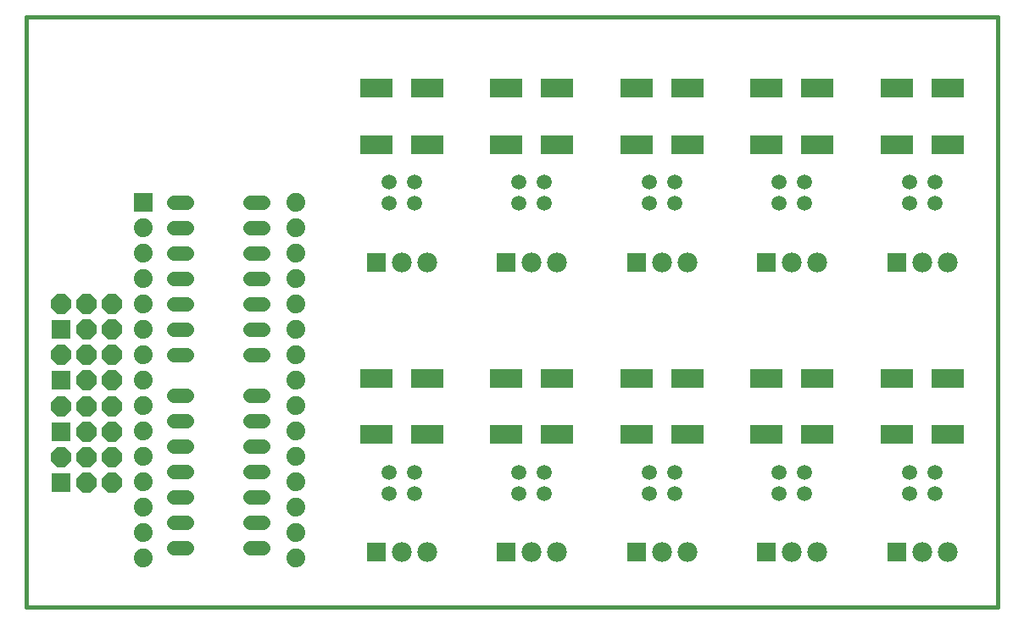
<source format=gts>
G75*
%MOIN*%
%OFA0B0*%
%FSLAX24Y24*%
%IPPOS*%
%LPD*%
%AMOC8*
5,1,8,0,0,1.08239X$1,22.5*
%
%ADD10C,0.0160*%
%ADD11C,0.0594*%
%ADD12R,0.0780X0.0780*%
%ADD13C,0.0780*%
%ADD14R,0.1300X0.0749*%
%ADD15C,0.0560*%
%ADD16OC8,0.0780*%
%ADD17R,0.0740X0.0740*%
%ADD18C,0.0740*%
D10*
X000180Y000180D02*
X038369Y000180D01*
X038369Y023408D01*
X000180Y023408D01*
X000180Y000180D01*
D11*
X014434Y004662D03*
X015434Y004662D03*
X015434Y005492D03*
X014434Y005492D03*
X019552Y005492D03*
X020552Y005492D03*
X020552Y004662D03*
X019552Y004662D03*
X024670Y004662D03*
X025670Y004662D03*
X025670Y005492D03*
X024670Y005492D03*
X029788Y005492D03*
X030788Y005492D03*
X030788Y004662D03*
X029788Y004662D03*
X034906Y004662D03*
X035906Y004662D03*
X035906Y005492D03*
X034906Y005492D03*
X034906Y016079D03*
X034906Y016909D03*
X035906Y016909D03*
X035906Y016079D03*
X030788Y016079D03*
X029788Y016079D03*
X029788Y016909D03*
X030788Y016909D03*
X025670Y016909D03*
X025670Y016079D03*
X024670Y016079D03*
X024670Y016909D03*
X020552Y016909D03*
X020552Y016079D03*
X019552Y016079D03*
X019552Y016909D03*
X015434Y016909D03*
X015434Y016079D03*
X014434Y016079D03*
X014434Y016909D03*
D12*
X013934Y013749D03*
X019052Y013749D03*
X024170Y013749D03*
X029288Y013749D03*
X034406Y013749D03*
X034406Y002332D03*
X029288Y002332D03*
X024170Y002332D03*
X019052Y002332D03*
X013934Y002332D03*
X001526Y005076D03*
X001526Y007086D03*
X001526Y009105D03*
X001526Y011125D03*
D13*
X014934Y013749D03*
X015934Y013749D03*
X020052Y013749D03*
X021052Y013749D03*
X025170Y013749D03*
X026170Y013749D03*
X030288Y013749D03*
X031288Y013749D03*
X035406Y013749D03*
X036406Y013749D03*
X036406Y002332D03*
X035406Y002332D03*
X031288Y002332D03*
X030288Y002332D03*
X026170Y002332D03*
X025170Y002332D03*
X021052Y002332D03*
X020052Y002332D03*
X015934Y002332D03*
X014934Y002332D03*
D14*
X015934Y006979D03*
X013934Y006979D03*
X013934Y009184D03*
X015934Y009184D03*
X019052Y009184D03*
X021052Y009184D03*
X024170Y009184D03*
X026170Y009184D03*
X029288Y009184D03*
X031288Y009184D03*
X034406Y009184D03*
X036406Y009184D03*
X036406Y006979D03*
X034406Y006979D03*
X031288Y006979D03*
X029288Y006979D03*
X026170Y006979D03*
X024170Y006979D03*
X021052Y006979D03*
X019052Y006979D03*
X019052Y018397D03*
X021052Y018397D03*
X024170Y018397D03*
X026170Y018397D03*
X029288Y018397D03*
X031288Y018397D03*
X034406Y018397D03*
X036406Y018397D03*
X036406Y020601D03*
X034406Y020601D03*
X031288Y020601D03*
X029288Y020601D03*
X026170Y020601D03*
X024170Y020601D03*
X021052Y020601D03*
X019052Y020601D03*
X015934Y020601D03*
X013934Y020601D03*
X013934Y018397D03*
X015934Y018397D03*
D15*
X009483Y016105D02*
X008963Y016105D01*
X008963Y015105D02*
X009483Y015105D01*
X009483Y014105D02*
X008963Y014105D01*
X008963Y013105D02*
X009483Y013105D01*
X009483Y012105D02*
X008963Y012105D01*
X008963Y011105D02*
X009483Y011105D01*
X009483Y010105D02*
X008963Y010105D01*
X008963Y008499D02*
X009483Y008499D01*
X009483Y007499D02*
X008963Y007499D01*
X008963Y006499D02*
X009483Y006499D01*
X009483Y005499D02*
X008963Y005499D01*
X008963Y004499D02*
X009483Y004499D01*
X009483Y003499D02*
X008963Y003499D01*
X008963Y002499D02*
X009483Y002499D01*
X006483Y002499D02*
X005963Y002499D01*
X005963Y003499D02*
X006483Y003499D01*
X006483Y004499D02*
X005963Y004499D01*
X005963Y005499D02*
X006483Y005499D01*
X006483Y006499D02*
X005963Y006499D01*
X005963Y007499D02*
X006483Y007499D01*
X006483Y008499D02*
X005963Y008499D01*
X005963Y010105D02*
X006483Y010105D01*
X006483Y011105D02*
X005963Y011105D01*
X005963Y012105D02*
X006483Y012105D01*
X006483Y013105D02*
X005963Y013105D01*
X005963Y014105D02*
X006483Y014105D01*
X006483Y015105D02*
X005963Y015105D01*
X005963Y016105D02*
X006483Y016105D01*
D16*
X003526Y012125D03*
X002526Y012125D03*
X001526Y012125D03*
X002526Y011125D03*
X003526Y011125D03*
X003526Y010105D03*
X002526Y010105D03*
X001526Y010105D03*
X002526Y009105D03*
X003526Y009105D03*
X003526Y008086D03*
X002526Y008086D03*
X001526Y008086D03*
X002526Y007086D03*
X003526Y007086D03*
X003526Y006076D03*
X002526Y006076D03*
X001526Y006076D03*
X002526Y005076D03*
X003526Y005076D03*
D17*
X004771Y016125D03*
D18*
X004771Y015125D03*
X004771Y014125D03*
X004771Y013125D03*
X004771Y012125D03*
X004771Y011125D03*
X004771Y010125D03*
X004771Y009125D03*
X004771Y008125D03*
X004771Y007125D03*
X004771Y006125D03*
X004771Y005125D03*
X004771Y004125D03*
X004771Y003125D03*
X004771Y002125D03*
X010771Y002125D03*
X010771Y003125D03*
X010771Y004125D03*
X010771Y005125D03*
X010771Y006125D03*
X010771Y007125D03*
X010771Y008125D03*
X010771Y009125D03*
X010771Y010125D03*
X010771Y011125D03*
X010771Y012125D03*
X010771Y013125D03*
X010771Y014125D03*
X010771Y015125D03*
X010771Y016125D03*
M02*

</source>
